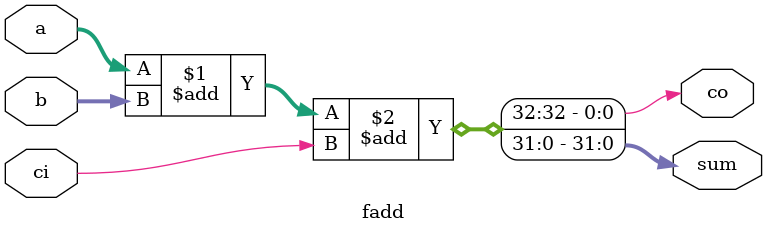
<source format=v>
module fadd 
#(parameter WIDTH = 32)
(
    input                   ci,                                                                                                          
    input   [WIDTH-1:0]     a,
    input   [WIDTH-1:0]     b,
    output  [WIDTH-1:0]     sum,
    output                  co
);
    assign {co,sum}=a+b+ci;
endmodule
</source>
